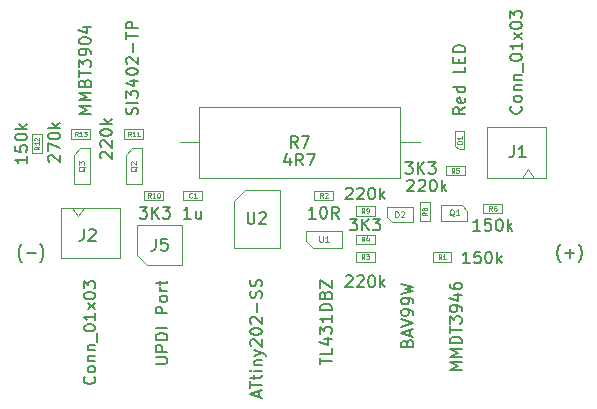
<source format=gbr>
%TF.GenerationSoftware,KiCad,Pcbnew,(5.1.10-1-10_14)*%
%TF.CreationDate,2023-04-11T22:44:58+12:00*%
%TF.ProjectId,BMSladder,424d536c-6164-4646-9572-2e6b69636164,rev?*%
%TF.SameCoordinates,Original*%
%TF.FileFunction,Other,Fab,Top*%
%FSLAX46Y46*%
G04 Gerber Fmt 4.6, Leading zero omitted, Abs format (unit mm)*
G04 Created by KiCad (PCBNEW (5.1.10-1-10_14)) date 2023-04-11 22:44:58*
%MOMM*%
%LPD*%
G01*
G04 APERTURE LIST*
%ADD10C,0.100000*%
%ADD11C,0.150000*%
%ADD12C,0.060000*%
%ADD13C,0.075000*%
G04 APERTURE END LIST*
D10*
%TO.C,J2*%
X24100000Y-27025000D02*
X29100000Y-27025000D01*
X24100000Y-31275000D02*
X29100000Y-31275000D01*
X24100000Y-27025000D02*
X24100000Y-31275000D01*
X29100000Y-27025000D02*
X29100000Y-31275000D01*
X25100000Y-27025000D02*
X25600000Y-27732107D01*
X25600000Y-27732107D02*
X26100000Y-27025000D01*
%TO.C,J1*%
X65200000Y-24475000D02*
X60200000Y-24475000D01*
X65200000Y-20225000D02*
X60200000Y-20225000D01*
X65200000Y-24475000D02*
X65200000Y-20225000D01*
X60200000Y-24475000D02*
X60200000Y-20225000D01*
X64200000Y-24475000D02*
X63700000Y-23767893D01*
X63700000Y-23767893D02*
X63200000Y-24475000D01*
%TO.C,D1*%
X57500000Y-20500000D02*
X57500000Y-21800000D01*
X57500000Y-21800000D02*
X57800000Y-22100000D01*
X57800000Y-22100000D02*
X58300000Y-22100000D01*
X58300000Y-22100000D02*
X58300000Y-20500000D01*
X58300000Y-20500000D02*
X57500000Y-20500000D01*
%TO.C,R3*%
X50700000Y-30800000D02*
X50700000Y-31600000D01*
X50700000Y-31600000D02*
X49100000Y-31600000D01*
X49100000Y-31600000D02*
X49100000Y-30800000D01*
X49100000Y-30800000D02*
X50700000Y-30800000D01*
%TO.C,U2*%
X39725000Y-25500000D02*
X42650000Y-25500000D01*
X42650000Y-25500000D02*
X42650000Y-30400000D01*
X42650000Y-30400000D02*
X38750000Y-30400000D01*
X38750000Y-30400000D02*
X38750000Y-26475000D01*
X38750000Y-26475000D02*
X39725000Y-25500000D01*
%TO.C,J5*%
X31417500Y-31870000D02*
X30565000Y-31017500D01*
X34375000Y-31870000D02*
X31417500Y-31870000D01*
X34375000Y-28460000D02*
X34375000Y-31870000D01*
X30565000Y-28460000D02*
X34375000Y-28460000D01*
X30565000Y-31017500D02*
X30565000Y-28460000D01*
%TO.C,R7*%
X52840000Y-24500000D02*
X52840000Y-18500000D01*
X52840000Y-18500000D02*
X35840000Y-18500000D01*
X35840000Y-18500000D02*
X35840000Y-24500000D01*
X35840000Y-24500000D02*
X52840000Y-24500000D01*
X54500000Y-21500000D02*
X52840000Y-21500000D01*
X34180000Y-21500000D02*
X35840000Y-21500000D01*
%TO.C,U1*%
X45450000Y-30400000D02*
X47900000Y-30400000D01*
X44880000Y-29850000D02*
X44880000Y-29000000D01*
X45450000Y-30400000D02*
X44880000Y-29850000D01*
X44880000Y-29000000D02*
X47920000Y-29000000D01*
X47920000Y-30400000D02*
X47920000Y-29000000D01*
%TO.C,R13*%
X25000000Y-21200000D02*
X25000000Y-20400000D01*
X25000000Y-20400000D02*
X26600000Y-20400000D01*
X26600000Y-20400000D02*
X26600000Y-21200000D01*
X26600000Y-21200000D02*
X25000000Y-21200000D01*
%TO.C,R12*%
X22500000Y-22400000D02*
X21700000Y-22400000D01*
X21700000Y-22400000D02*
X21700000Y-20800000D01*
X21700000Y-20800000D02*
X22500000Y-20800000D01*
X22500000Y-20800000D02*
X22500000Y-22400000D01*
%TO.C,R11*%
X31100000Y-20400000D02*
X31100000Y-21200000D01*
X31100000Y-21200000D02*
X29500000Y-21200000D01*
X29500000Y-21200000D02*
X29500000Y-20400000D01*
X29500000Y-20400000D02*
X31100000Y-20400000D01*
%TO.C,R10*%
X32800000Y-25600000D02*
X32800000Y-26400000D01*
X32800000Y-26400000D02*
X31200000Y-26400000D01*
X31200000Y-26400000D02*
X31200000Y-25600000D01*
X31200000Y-25600000D02*
X32800000Y-25600000D01*
%TO.C,R9*%
X50700000Y-26900000D02*
X50700000Y-27700000D01*
X50700000Y-27700000D02*
X49100000Y-27700000D01*
X49100000Y-27700000D02*
X49100000Y-26900000D01*
X49100000Y-26900000D02*
X50700000Y-26900000D01*
%TO.C,R8*%
X54550000Y-26550000D02*
X55350000Y-26550000D01*
X55350000Y-26550000D02*
X55350000Y-28150000D01*
X55350000Y-28150000D02*
X54550000Y-28150000D01*
X54550000Y-28150000D02*
X54550000Y-26550000D01*
%TO.C,R6*%
X59900000Y-27500000D02*
X59900000Y-26700000D01*
X59900000Y-26700000D02*
X61500000Y-26700000D01*
X61500000Y-26700000D02*
X61500000Y-27500000D01*
X61500000Y-27500000D02*
X59900000Y-27500000D01*
%TO.C,R5*%
X56712500Y-24300000D02*
X56712500Y-23500000D01*
X56712500Y-23500000D02*
X58312500Y-23500000D01*
X58312500Y-23500000D02*
X58312500Y-24300000D01*
X58312500Y-24300000D02*
X56712500Y-24300000D01*
%TO.C,R4*%
X49100000Y-30100000D02*
X49100000Y-29300000D01*
X49100000Y-29300000D02*
X50700000Y-29300000D01*
X50700000Y-29300000D02*
X50700000Y-30100000D01*
X50700000Y-30100000D02*
X49100000Y-30100000D01*
%TO.C,R2*%
X47200000Y-25600000D02*
X47200000Y-26400000D01*
X47200000Y-26400000D02*
X45600000Y-26400000D01*
X45600000Y-26400000D02*
X45600000Y-25600000D01*
X45600000Y-25600000D02*
X47200000Y-25600000D01*
%TO.C,R1*%
X57200000Y-30800000D02*
X57200000Y-31600000D01*
X57200000Y-31600000D02*
X55600000Y-31600000D01*
X55600000Y-31600000D02*
X55600000Y-30800000D01*
X55600000Y-30800000D02*
X57200000Y-30800000D01*
%TO.C,Q3*%
X25200000Y-22550000D02*
X25200000Y-25000000D01*
X25750000Y-21980000D02*
X26600000Y-21980000D01*
X25200000Y-22550000D02*
X25750000Y-21980000D01*
X26600000Y-21980000D02*
X26600000Y-25020000D01*
X25200000Y-25020000D02*
X26600000Y-25020000D01*
%TO.C,Q2*%
X29600000Y-22550000D02*
X29600000Y-25000000D01*
X30150000Y-21980000D02*
X31000000Y-21980000D01*
X29600000Y-22550000D02*
X30150000Y-21980000D01*
X31000000Y-21980000D02*
X31000000Y-25020000D01*
X29600000Y-25020000D02*
X31000000Y-25020000D01*
%TO.C,Q1*%
X58550000Y-28125000D02*
X58550000Y-27275000D01*
X58050000Y-26775000D02*
X56350000Y-26775000D01*
X58550000Y-28125000D02*
X56350000Y-28125000D01*
X56350000Y-28125000D02*
X56350000Y-26775000D01*
X58550000Y-27275000D02*
X58050000Y-26775000D01*
%TO.C,D2*%
X51700000Y-26930000D02*
X51700000Y-27780000D01*
X52200000Y-28280000D02*
X53900000Y-28280000D01*
X51700000Y-26930000D02*
X53900000Y-26930000D01*
X53900000Y-26930000D02*
X53900000Y-28280000D01*
X51700000Y-27780000D02*
X52200000Y-28280000D01*
%TO.C,C1*%
X36100000Y-25600000D02*
X36100000Y-26400000D01*
X36100000Y-26400000D02*
X34500000Y-26400000D01*
X34500000Y-26400000D02*
X34500000Y-25600000D01*
X34500000Y-25600000D02*
X36100000Y-25600000D01*
%TD*%
%TO.C,J2*%
D11*
X26957142Y-41338095D02*
X27004761Y-41385714D01*
X27052380Y-41528571D01*
X27052380Y-41623809D01*
X27004761Y-41766666D01*
X26909523Y-41861904D01*
X26814285Y-41909523D01*
X26623809Y-41957142D01*
X26480952Y-41957142D01*
X26290476Y-41909523D01*
X26195238Y-41861904D01*
X26100000Y-41766666D01*
X26052380Y-41623809D01*
X26052380Y-41528571D01*
X26100000Y-41385714D01*
X26147619Y-41338095D01*
X27052380Y-40766666D02*
X27004761Y-40861904D01*
X26957142Y-40909523D01*
X26861904Y-40957142D01*
X26576190Y-40957142D01*
X26480952Y-40909523D01*
X26433333Y-40861904D01*
X26385714Y-40766666D01*
X26385714Y-40623809D01*
X26433333Y-40528571D01*
X26480952Y-40480952D01*
X26576190Y-40433333D01*
X26861904Y-40433333D01*
X26957142Y-40480952D01*
X27004761Y-40528571D01*
X27052380Y-40623809D01*
X27052380Y-40766666D01*
X26385714Y-40004761D02*
X27052380Y-40004761D01*
X26480952Y-40004761D02*
X26433333Y-39957142D01*
X26385714Y-39861904D01*
X26385714Y-39719047D01*
X26433333Y-39623809D01*
X26528571Y-39576190D01*
X27052380Y-39576190D01*
X26385714Y-39100000D02*
X27052380Y-39100000D01*
X26480952Y-39100000D02*
X26433333Y-39052380D01*
X26385714Y-38957142D01*
X26385714Y-38814285D01*
X26433333Y-38719047D01*
X26528571Y-38671428D01*
X27052380Y-38671428D01*
X27147619Y-38433333D02*
X27147619Y-37671428D01*
X26052380Y-37242857D02*
X26052380Y-37147619D01*
X26100000Y-37052380D01*
X26147619Y-37004761D01*
X26242857Y-36957142D01*
X26433333Y-36909523D01*
X26671428Y-36909523D01*
X26861904Y-36957142D01*
X26957142Y-37004761D01*
X27004761Y-37052380D01*
X27052380Y-37147619D01*
X27052380Y-37242857D01*
X27004761Y-37338095D01*
X26957142Y-37385714D01*
X26861904Y-37433333D01*
X26671428Y-37480952D01*
X26433333Y-37480952D01*
X26242857Y-37433333D01*
X26147619Y-37385714D01*
X26100000Y-37338095D01*
X26052380Y-37242857D01*
X27052380Y-35957142D02*
X27052380Y-36528571D01*
X27052380Y-36242857D02*
X26052380Y-36242857D01*
X26195238Y-36338095D01*
X26290476Y-36433333D01*
X26338095Y-36528571D01*
X27052380Y-35623809D02*
X26385714Y-35100000D01*
X26385714Y-35623809D02*
X27052380Y-35100000D01*
X26052380Y-34528571D02*
X26052380Y-34433333D01*
X26100000Y-34338095D01*
X26147619Y-34290476D01*
X26242857Y-34242857D01*
X26433333Y-34195238D01*
X26671428Y-34195238D01*
X26861904Y-34242857D01*
X26957142Y-34290476D01*
X27004761Y-34338095D01*
X27052380Y-34433333D01*
X27052380Y-34528571D01*
X27004761Y-34623809D01*
X26957142Y-34671428D01*
X26861904Y-34719047D01*
X26671428Y-34766666D01*
X26433333Y-34766666D01*
X26242857Y-34719047D01*
X26147619Y-34671428D01*
X26100000Y-34623809D01*
X26052380Y-34528571D01*
X26052380Y-33861904D02*
X26052380Y-33242857D01*
X26433333Y-33576190D01*
X26433333Y-33433333D01*
X26480952Y-33338095D01*
X26528571Y-33290476D01*
X26623809Y-33242857D01*
X26861904Y-33242857D01*
X26957142Y-33290476D01*
X27004761Y-33338095D01*
X27052380Y-33433333D01*
X27052380Y-33719047D01*
X27004761Y-33814285D01*
X26957142Y-33861904D01*
X26066666Y-28852380D02*
X26066666Y-29566666D01*
X26019047Y-29709523D01*
X25923809Y-29804761D01*
X25780952Y-29852380D01*
X25685714Y-29852380D01*
X26495238Y-28947619D02*
X26542857Y-28900000D01*
X26638095Y-28852380D01*
X26876190Y-28852380D01*
X26971428Y-28900000D01*
X27019047Y-28947619D01*
X27066666Y-29042857D01*
X27066666Y-29138095D01*
X27019047Y-29280952D01*
X26447619Y-29852380D01*
X27066666Y-29852380D01*
%TO.C,J1*%
X63057142Y-18438095D02*
X63104761Y-18485714D01*
X63152380Y-18628571D01*
X63152380Y-18723809D01*
X63104761Y-18866666D01*
X63009523Y-18961904D01*
X62914285Y-19009523D01*
X62723809Y-19057142D01*
X62580952Y-19057142D01*
X62390476Y-19009523D01*
X62295238Y-18961904D01*
X62200000Y-18866666D01*
X62152380Y-18723809D01*
X62152380Y-18628571D01*
X62200000Y-18485714D01*
X62247619Y-18438095D01*
X63152380Y-17866666D02*
X63104761Y-17961904D01*
X63057142Y-18009523D01*
X62961904Y-18057142D01*
X62676190Y-18057142D01*
X62580952Y-18009523D01*
X62533333Y-17961904D01*
X62485714Y-17866666D01*
X62485714Y-17723809D01*
X62533333Y-17628571D01*
X62580952Y-17580952D01*
X62676190Y-17533333D01*
X62961904Y-17533333D01*
X63057142Y-17580952D01*
X63104761Y-17628571D01*
X63152380Y-17723809D01*
X63152380Y-17866666D01*
X62485714Y-17104761D02*
X63152380Y-17104761D01*
X62580952Y-17104761D02*
X62533333Y-17057142D01*
X62485714Y-16961904D01*
X62485714Y-16819047D01*
X62533333Y-16723809D01*
X62628571Y-16676190D01*
X63152380Y-16676190D01*
X62485714Y-16200000D02*
X63152380Y-16200000D01*
X62580952Y-16200000D02*
X62533333Y-16152380D01*
X62485714Y-16057142D01*
X62485714Y-15914285D01*
X62533333Y-15819047D01*
X62628571Y-15771428D01*
X63152380Y-15771428D01*
X63247619Y-15533333D02*
X63247619Y-14771428D01*
X62152380Y-14342857D02*
X62152380Y-14247619D01*
X62200000Y-14152380D01*
X62247619Y-14104761D01*
X62342857Y-14057142D01*
X62533333Y-14009523D01*
X62771428Y-14009523D01*
X62961904Y-14057142D01*
X63057142Y-14104761D01*
X63104761Y-14152380D01*
X63152380Y-14247619D01*
X63152380Y-14342857D01*
X63104761Y-14438095D01*
X63057142Y-14485714D01*
X62961904Y-14533333D01*
X62771428Y-14580952D01*
X62533333Y-14580952D01*
X62342857Y-14533333D01*
X62247619Y-14485714D01*
X62200000Y-14438095D01*
X62152380Y-14342857D01*
X63152380Y-13057142D02*
X63152380Y-13628571D01*
X63152380Y-13342857D02*
X62152380Y-13342857D01*
X62295238Y-13438095D01*
X62390476Y-13533333D01*
X62438095Y-13628571D01*
X63152380Y-12723809D02*
X62485714Y-12200000D01*
X62485714Y-12723809D02*
X63152380Y-12200000D01*
X62152380Y-11628571D02*
X62152380Y-11533333D01*
X62200000Y-11438095D01*
X62247619Y-11390476D01*
X62342857Y-11342857D01*
X62533333Y-11295238D01*
X62771428Y-11295238D01*
X62961904Y-11342857D01*
X63057142Y-11390476D01*
X63104761Y-11438095D01*
X63152380Y-11533333D01*
X63152380Y-11628571D01*
X63104761Y-11723809D01*
X63057142Y-11771428D01*
X62961904Y-11819047D01*
X62771428Y-11866666D01*
X62533333Y-11866666D01*
X62342857Y-11819047D01*
X62247619Y-11771428D01*
X62200000Y-11723809D01*
X62152380Y-11628571D01*
X62152380Y-10961904D02*
X62152380Y-10342857D01*
X62533333Y-10676190D01*
X62533333Y-10533333D01*
X62580952Y-10438095D01*
X62628571Y-10390476D01*
X62723809Y-10342857D01*
X62961904Y-10342857D01*
X63057142Y-10390476D01*
X63104761Y-10438095D01*
X63152380Y-10533333D01*
X63152380Y-10819047D01*
X63104761Y-10914285D01*
X63057142Y-10961904D01*
X62466666Y-21752380D02*
X62466666Y-22466666D01*
X62419047Y-22609523D01*
X62323809Y-22704761D01*
X62180952Y-22752380D01*
X62085714Y-22752380D01*
X63466666Y-22752380D02*
X62895238Y-22752380D01*
X63180952Y-22752380D02*
X63180952Y-21752380D01*
X63085714Y-21895238D01*
X62990476Y-21990476D01*
X62895238Y-22038095D01*
%TO.C,D1*%
X58352380Y-18509523D02*
X57876190Y-18842857D01*
X58352380Y-19080952D02*
X57352380Y-19080952D01*
X57352380Y-18700000D01*
X57400000Y-18604761D01*
X57447619Y-18557142D01*
X57542857Y-18509523D01*
X57685714Y-18509523D01*
X57780952Y-18557142D01*
X57828571Y-18604761D01*
X57876190Y-18700000D01*
X57876190Y-19080952D01*
X58304761Y-17700000D02*
X58352380Y-17795238D01*
X58352380Y-17985714D01*
X58304761Y-18080952D01*
X58209523Y-18128571D01*
X57828571Y-18128571D01*
X57733333Y-18080952D01*
X57685714Y-17985714D01*
X57685714Y-17795238D01*
X57733333Y-17700000D01*
X57828571Y-17652380D01*
X57923809Y-17652380D01*
X58019047Y-18128571D01*
X58352380Y-16795238D02*
X57352380Y-16795238D01*
X58304761Y-16795238D02*
X58352380Y-16890476D01*
X58352380Y-17080952D01*
X58304761Y-17176190D01*
X58257142Y-17223809D01*
X58161904Y-17271428D01*
X57876190Y-17271428D01*
X57780952Y-17223809D01*
X57733333Y-17176190D01*
X57685714Y-17080952D01*
X57685714Y-16890476D01*
X57733333Y-16795238D01*
X58352380Y-15080952D02*
X58352380Y-15557142D01*
X57352380Y-15557142D01*
X57828571Y-14747619D02*
X57828571Y-14414285D01*
X58352380Y-14271428D02*
X58352380Y-14747619D01*
X57352380Y-14747619D01*
X57352380Y-14271428D01*
X58352380Y-13842857D02*
X57352380Y-13842857D01*
X57352380Y-13604761D01*
X57400000Y-13461904D01*
X57495238Y-13366666D01*
X57590476Y-13319047D01*
X57780952Y-13271428D01*
X57923809Y-13271428D01*
X58114285Y-13319047D01*
X58209523Y-13366666D01*
X58304761Y-13461904D01*
X58352380Y-13604761D01*
X58352380Y-13842857D01*
D12*
X58080952Y-21595238D02*
X57680952Y-21595238D01*
X57680952Y-21500000D01*
X57700000Y-21442857D01*
X57738095Y-21404761D01*
X57776190Y-21385714D01*
X57852380Y-21366666D01*
X57909523Y-21366666D01*
X57985714Y-21385714D01*
X58023809Y-21404761D01*
X58061904Y-21442857D01*
X58080952Y-21500000D01*
X58080952Y-21595238D01*
X58080952Y-20985714D02*
X58080952Y-21214285D01*
X58080952Y-21100000D02*
X57680952Y-21100000D01*
X57738095Y-21138095D01*
X57776190Y-21176190D01*
X57795238Y-21214285D01*
%TO.C,R3*%
D11*
X48257142Y-32847619D02*
X48304761Y-32800000D01*
X48400000Y-32752380D01*
X48638095Y-32752380D01*
X48733333Y-32800000D01*
X48780952Y-32847619D01*
X48828571Y-32942857D01*
X48828571Y-33038095D01*
X48780952Y-33180952D01*
X48209523Y-33752380D01*
X48828571Y-33752380D01*
X49209523Y-32847619D02*
X49257142Y-32800000D01*
X49352380Y-32752380D01*
X49590476Y-32752380D01*
X49685714Y-32800000D01*
X49733333Y-32847619D01*
X49780952Y-32942857D01*
X49780952Y-33038095D01*
X49733333Y-33180952D01*
X49161904Y-33752380D01*
X49780952Y-33752380D01*
X50400000Y-32752380D02*
X50495238Y-32752380D01*
X50590476Y-32800000D01*
X50638095Y-32847619D01*
X50685714Y-32942857D01*
X50733333Y-33133333D01*
X50733333Y-33371428D01*
X50685714Y-33561904D01*
X50638095Y-33657142D01*
X50590476Y-33704761D01*
X50495238Y-33752380D01*
X50400000Y-33752380D01*
X50304761Y-33704761D01*
X50257142Y-33657142D01*
X50209523Y-33561904D01*
X50161904Y-33371428D01*
X50161904Y-33133333D01*
X50209523Y-32942857D01*
X50257142Y-32847619D01*
X50304761Y-32800000D01*
X50400000Y-32752380D01*
X51161904Y-33752380D02*
X51161904Y-32752380D01*
X51257142Y-33371428D02*
X51542857Y-33752380D01*
X51542857Y-33085714D02*
X51161904Y-33466666D01*
D12*
X49833333Y-31380952D02*
X49700000Y-31190476D01*
X49604761Y-31380952D02*
X49604761Y-30980952D01*
X49757142Y-30980952D01*
X49795238Y-31000000D01*
X49814285Y-31019047D01*
X49833333Y-31057142D01*
X49833333Y-31114285D01*
X49814285Y-31152380D01*
X49795238Y-31171428D01*
X49757142Y-31190476D01*
X49604761Y-31190476D01*
X49966666Y-30980952D02*
X50214285Y-30980952D01*
X50080952Y-31133333D01*
X50138095Y-31133333D01*
X50176190Y-31152380D01*
X50195238Y-31171428D01*
X50214285Y-31209523D01*
X50214285Y-31304761D01*
X50195238Y-31342857D01*
X50176190Y-31361904D01*
X50138095Y-31380952D01*
X50023809Y-31380952D01*
X49985714Y-31361904D01*
X49966666Y-31342857D01*
%TO.C,U2*%
D11*
X40866666Y-43076190D02*
X40866666Y-42600000D01*
X41152380Y-43171428D02*
X40152380Y-42838095D01*
X41152380Y-42504761D01*
X40152380Y-42314285D02*
X40152380Y-41742857D01*
X41152380Y-42028571D02*
X40152380Y-42028571D01*
X40485714Y-41552380D02*
X40485714Y-41171428D01*
X40152380Y-41409523D02*
X41009523Y-41409523D01*
X41104761Y-41361904D01*
X41152380Y-41266666D01*
X41152380Y-41171428D01*
X41152380Y-40838095D02*
X40485714Y-40838095D01*
X40152380Y-40838095D02*
X40200000Y-40885714D01*
X40247619Y-40838095D01*
X40200000Y-40790476D01*
X40152380Y-40838095D01*
X40247619Y-40838095D01*
X40485714Y-40361904D02*
X41152380Y-40361904D01*
X40580952Y-40361904D02*
X40533333Y-40314285D01*
X40485714Y-40219047D01*
X40485714Y-40076190D01*
X40533333Y-39980952D01*
X40628571Y-39933333D01*
X41152380Y-39933333D01*
X40485714Y-39552380D02*
X41152380Y-39314285D01*
X40485714Y-39076190D02*
X41152380Y-39314285D01*
X41390476Y-39409523D01*
X41438095Y-39457142D01*
X41485714Y-39552380D01*
X40247619Y-38742857D02*
X40200000Y-38695238D01*
X40152380Y-38600000D01*
X40152380Y-38361904D01*
X40200000Y-38266666D01*
X40247619Y-38219047D01*
X40342857Y-38171428D01*
X40438095Y-38171428D01*
X40580952Y-38219047D01*
X41152380Y-38790476D01*
X41152380Y-38171428D01*
X40152380Y-37552380D02*
X40152380Y-37457142D01*
X40200000Y-37361904D01*
X40247619Y-37314285D01*
X40342857Y-37266666D01*
X40533333Y-37219047D01*
X40771428Y-37219047D01*
X40961904Y-37266666D01*
X41057142Y-37314285D01*
X41104761Y-37361904D01*
X41152380Y-37457142D01*
X41152380Y-37552380D01*
X41104761Y-37647619D01*
X41057142Y-37695238D01*
X40961904Y-37742857D01*
X40771428Y-37790476D01*
X40533333Y-37790476D01*
X40342857Y-37742857D01*
X40247619Y-37695238D01*
X40200000Y-37647619D01*
X40152380Y-37552380D01*
X40247619Y-36838095D02*
X40200000Y-36790476D01*
X40152380Y-36695238D01*
X40152380Y-36457142D01*
X40200000Y-36361904D01*
X40247619Y-36314285D01*
X40342857Y-36266666D01*
X40438095Y-36266666D01*
X40580952Y-36314285D01*
X41152380Y-36885714D01*
X41152380Y-36266666D01*
X40771428Y-35838095D02*
X40771428Y-35076190D01*
X41104761Y-34647619D02*
X41152380Y-34504761D01*
X41152380Y-34266666D01*
X41104761Y-34171428D01*
X41057142Y-34123809D01*
X40961904Y-34076190D01*
X40866666Y-34076190D01*
X40771428Y-34123809D01*
X40723809Y-34171428D01*
X40676190Y-34266666D01*
X40628571Y-34457142D01*
X40580952Y-34552380D01*
X40533333Y-34600000D01*
X40438095Y-34647619D01*
X40342857Y-34647619D01*
X40247619Y-34600000D01*
X40200000Y-34552380D01*
X40152380Y-34457142D01*
X40152380Y-34219047D01*
X40200000Y-34076190D01*
X41104761Y-33695238D02*
X41152380Y-33552380D01*
X41152380Y-33314285D01*
X41104761Y-33219047D01*
X41057142Y-33171428D01*
X40961904Y-33123809D01*
X40866666Y-33123809D01*
X40771428Y-33171428D01*
X40723809Y-33219047D01*
X40676190Y-33314285D01*
X40628571Y-33504761D01*
X40580952Y-33600000D01*
X40533333Y-33647619D01*
X40438095Y-33695238D01*
X40342857Y-33695238D01*
X40247619Y-33647619D01*
X40200000Y-33600000D01*
X40152380Y-33504761D01*
X40152380Y-33266666D01*
X40200000Y-33123809D01*
X39953333Y-27413333D02*
X39953333Y-28206666D01*
X40000000Y-28300000D01*
X40046666Y-28346666D01*
X40140000Y-28393333D01*
X40326666Y-28393333D01*
X40420000Y-28346666D01*
X40466666Y-28300000D01*
X40513333Y-28206666D01*
X40513333Y-27413333D01*
X40933333Y-27506666D02*
X40980000Y-27460000D01*
X41073333Y-27413333D01*
X41306666Y-27413333D01*
X41400000Y-27460000D01*
X41446666Y-27506666D01*
X41493333Y-27600000D01*
X41493333Y-27693333D01*
X41446666Y-27833333D01*
X40886666Y-28393333D01*
X41493333Y-28393333D01*
%TO.C,J5*%
X32152380Y-40252380D02*
X32961904Y-40252380D01*
X33057142Y-40204761D01*
X33104761Y-40157142D01*
X33152380Y-40061904D01*
X33152380Y-39871428D01*
X33104761Y-39776190D01*
X33057142Y-39728571D01*
X32961904Y-39680952D01*
X32152380Y-39680952D01*
X33152380Y-39204761D02*
X32152380Y-39204761D01*
X32152380Y-38823809D01*
X32200000Y-38728571D01*
X32247619Y-38680952D01*
X32342857Y-38633333D01*
X32485714Y-38633333D01*
X32580952Y-38680952D01*
X32628571Y-38728571D01*
X32676190Y-38823809D01*
X32676190Y-39204761D01*
X33152380Y-38204761D02*
X32152380Y-38204761D01*
X32152380Y-37966666D01*
X32200000Y-37823809D01*
X32295238Y-37728571D01*
X32390476Y-37680952D01*
X32580952Y-37633333D01*
X32723809Y-37633333D01*
X32914285Y-37680952D01*
X33009523Y-37728571D01*
X33104761Y-37823809D01*
X33152380Y-37966666D01*
X33152380Y-38204761D01*
X33152380Y-37204761D02*
X32152380Y-37204761D01*
X33152380Y-35966666D02*
X32152380Y-35966666D01*
X32152380Y-35585714D01*
X32200000Y-35490476D01*
X32247619Y-35442857D01*
X32342857Y-35395238D01*
X32485714Y-35395238D01*
X32580952Y-35442857D01*
X32628571Y-35490476D01*
X32676190Y-35585714D01*
X32676190Y-35966666D01*
X33152380Y-34823809D02*
X33104761Y-34919047D01*
X33057142Y-34966666D01*
X32961904Y-35014285D01*
X32676190Y-35014285D01*
X32580952Y-34966666D01*
X32533333Y-34919047D01*
X32485714Y-34823809D01*
X32485714Y-34680952D01*
X32533333Y-34585714D01*
X32580952Y-34538095D01*
X32676190Y-34490476D01*
X32961904Y-34490476D01*
X33057142Y-34538095D01*
X33104761Y-34585714D01*
X33152380Y-34680952D01*
X33152380Y-34823809D01*
X33152380Y-34061904D02*
X32485714Y-34061904D01*
X32676190Y-34061904D02*
X32580952Y-34014285D01*
X32533333Y-33966666D01*
X32485714Y-33871428D01*
X32485714Y-33776190D01*
X32485714Y-33585714D02*
X32485714Y-33204761D01*
X32152380Y-33442857D02*
X33009523Y-33442857D01*
X33104761Y-33395238D01*
X33152380Y-33300000D01*
X33152380Y-33204761D01*
X32166666Y-29652380D02*
X32166666Y-30366666D01*
X32119047Y-30509523D01*
X32023809Y-30604761D01*
X31880952Y-30652380D01*
X31785714Y-30652380D01*
X33119047Y-29652380D02*
X32642857Y-29652380D01*
X32595238Y-30128571D01*
X32642857Y-30080952D01*
X32738095Y-30033333D01*
X32976190Y-30033333D01*
X33071428Y-30080952D01*
X33119047Y-30128571D01*
X33166666Y-30223809D01*
X33166666Y-30461904D01*
X33119047Y-30557142D01*
X33071428Y-30604761D01*
X32976190Y-30652380D01*
X32738095Y-30652380D01*
X32642857Y-30604761D01*
X32595238Y-30557142D01*
%TO.C,R7*%
X43514285Y-22785714D02*
X43514285Y-23452380D01*
X43276190Y-22404761D02*
X43038095Y-23119047D01*
X43657142Y-23119047D01*
X44609523Y-23452380D02*
X44276190Y-22976190D01*
X44038095Y-23452380D02*
X44038095Y-22452380D01*
X44419047Y-22452380D01*
X44514285Y-22500000D01*
X44561904Y-22547619D01*
X44609523Y-22642857D01*
X44609523Y-22785714D01*
X44561904Y-22880952D01*
X44514285Y-22928571D01*
X44419047Y-22976190D01*
X44038095Y-22976190D01*
X44942857Y-22452380D02*
X45609523Y-22452380D01*
X45180952Y-23452380D01*
X44173333Y-21952380D02*
X43840000Y-21476190D01*
X43601904Y-21952380D02*
X43601904Y-20952380D01*
X43982857Y-20952380D01*
X44078095Y-21000000D01*
X44125714Y-21047619D01*
X44173333Y-21142857D01*
X44173333Y-21285714D01*
X44125714Y-21380952D01*
X44078095Y-21428571D01*
X43982857Y-21476190D01*
X43601904Y-21476190D01*
X44506666Y-20952380D02*
X45173333Y-20952380D01*
X44744761Y-21952380D01*
%TO.C,H2*%
X20838095Y-31633333D02*
X20790476Y-31585714D01*
X20695238Y-31442857D01*
X20647619Y-31347619D01*
X20600000Y-31204761D01*
X20552380Y-30966666D01*
X20552380Y-30776190D01*
X20600000Y-30538095D01*
X20647619Y-30395238D01*
X20695238Y-30300000D01*
X20790476Y-30157142D01*
X20838095Y-30109523D01*
X21219047Y-30871428D02*
X21980952Y-30871428D01*
X22361904Y-31633333D02*
X22409523Y-31585714D01*
X22504761Y-31442857D01*
X22552380Y-31347619D01*
X22600000Y-31204761D01*
X22647619Y-30966666D01*
X22647619Y-30776190D01*
X22600000Y-30538095D01*
X22552380Y-30395238D01*
X22504761Y-30300000D01*
X22409523Y-30157142D01*
X22361904Y-30109523D01*
%TO.C,H1*%
X66438095Y-31633333D02*
X66390476Y-31585714D01*
X66295238Y-31442857D01*
X66247619Y-31347619D01*
X66200000Y-31204761D01*
X66152380Y-30966666D01*
X66152380Y-30776190D01*
X66200000Y-30538095D01*
X66247619Y-30395238D01*
X66295238Y-30300000D01*
X66390476Y-30157142D01*
X66438095Y-30109523D01*
X66819047Y-30871428D02*
X67580952Y-30871428D01*
X67200000Y-31252380D02*
X67200000Y-30490476D01*
X67961904Y-31633333D02*
X68009523Y-31585714D01*
X68104761Y-31442857D01*
X68152380Y-31347619D01*
X68200000Y-31204761D01*
X68247619Y-30966666D01*
X68247619Y-30776190D01*
X68200000Y-30538095D01*
X68152380Y-30395238D01*
X68104761Y-30300000D01*
X68009523Y-30157142D01*
X67961904Y-30109523D01*
%TO.C,U1*%
X46052380Y-40295238D02*
X46052380Y-39723809D01*
X47052380Y-40009523D02*
X46052380Y-40009523D01*
X47052380Y-38914285D02*
X47052380Y-39390476D01*
X46052380Y-39390476D01*
X46385714Y-38152380D02*
X47052380Y-38152380D01*
X46004761Y-38390476D02*
X46719047Y-38628571D01*
X46719047Y-38009523D01*
X46052380Y-37723809D02*
X46052380Y-37104761D01*
X46433333Y-37438095D01*
X46433333Y-37295238D01*
X46480952Y-37200000D01*
X46528571Y-37152380D01*
X46623809Y-37104761D01*
X46861904Y-37104761D01*
X46957142Y-37152380D01*
X47004761Y-37200000D01*
X47052380Y-37295238D01*
X47052380Y-37580952D01*
X47004761Y-37676190D01*
X46957142Y-37723809D01*
X47052380Y-36152380D02*
X47052380Y-36723809D01*
X47052380Y-36438095D02*
X46052380Y-36438095D01*
X46195238Y-36533333D01*
X46290476Y-36628571D01*
X46338095Y-36723809D01*
X47052380Y-35723809D02*
X46052380Y-35723809D01*
X46052380Y-35485714D01*
X46100000Y-35342857D01*
X46195238Y-35247619D01*
X46290476Y-35200000D01*
X46480952Y-35152380D01*
X46623809Y-35152380D01*
X46814285Y-35200000D01*
X46909523Y-35247619D01*
X47004761Y-35342857D01*
X47052380Y-35485714D01*
X47052380Y-35723809D01*
X46528571Y-34390476D02*
X46576190Y-34247619D01*
X46623809Y-34200000D01*
X46719047Y-34152380D01*
X46861904Y-34152380D01*
X46957142Y-34200000D01*
X47004761Y-34247619D01*
X47052380Y-34342857D01*
X47052380Y-34723809D01*
X46052380Y-34723809D01*
X46052380Y-34390476D01*
X46100000Y-34295238D01*
X46147619Y-34247619D01*
X46242857Y-34200000D01*
X46338095Y-34200000D01*
X46433333Y-34247619D01*
X46480952Y-34295238D01*
X46528571Y-34390476D01*
X46528571Y-34723809D01*
X46052380Y-33819047D02*
X46052380Y-33152380D01*
X47052380Y-33819047D01*
X47052380Y-33152380D01*
D13*
X46019047Y-29426190D02*
X46019047Y-29830952D01*
X46042857Y-29878571D01*
X46066666Y-29902380D01*
X46114285Y-29926190D01*
X46209523Y-29926190D01*
X46257142Y-29902380D01*
X46280952Y-29878571D01*
X46304761Y-29830952D01*
X46304761Y-29426190D01*
X46804761Y-29926190D02*
X46519047Y-29926190D01*
X46661904Y-29926190D02*
X46661904Y-29426190D01*
X46614285Y-29497619D01*
X46566666Y-29545238D01*
X46519047Y-29569047D01*
%TO.C,R13*%
D11*
X23147619Y-23142857D02*
X23100000Y-23095238D01*
X23052380Y-23000000D01*
X23052380Y-22761904D01*
X23100000Y-22666666D01*
X23147619Y-22619047D01*
X23242857Y-22571428D01*
X23338095Y-22571428D01*
X23480952Y-22619047D01*
X24052380Y-23190476D01*
X24052380Y-22571428D01*
X23052380Y-22238095D02*
X23052380Y-21571428D01*
X24052380Y-22000000D01*
X23052380Y-21000000D02*
X23052380Y-20904761D01*
X23100000Y-20809523D01*
X23147619Y-20761904D01*
X23242857Y-20714285D01*
X23433333Y-20666666D01*
X23671428Y-20666666D01*
X23861904Y-20714285D01*
X23957142Y-20761904D01*
X24004761Y-20809523D01*
X24052380Y-20904761D01*
X24052380Y-21000000D01*
X24004761Y-21095238D01*
X23957142Y-21142857D01*
X23861904Y-21190476D01*
X23671428Y-21238095D01*
X23433333Y-21238095D01*
X23242857Y-21190476D01*
X23147619Y-21142857D01*
X23100000Y-21095238D01*
X23052380Y-21000000D01*
X24052380Y-20238095D02*
X23052380Y-20238095D01*
X23671428Y-20142857D02*
X24052380Y-19857142D01*
X23385714Y-19857142D02*
X23766666Y-20238095D01*
D12*
X25542857Y-20980952D02*
X25409523Y-20790476D01*
X25314285Y-20980952D02*
X25314285Y-20580952D01*
X25466666Y-20580952D01*
X25504761Y-20600000D01*
X25523809Y-20619047D01*
X25542857Y-20657142D01*
X25542857Y-20714285D01*
X25523809Y-20752380D01*
X25504761Y-20771428D01*
X25466666Y-20790476D01*
X25314285Y-20790476D01*
X25923809Y-20980952D02*
X25695238Y-20980952D01*
X25809523Y-20980952D02*
X25809523Y-20580952D01*
X25771428Y-20638095D01*
X25733333Y-20676190D01*
X25695238Y-20695238D01*
X26057142Y-20580952D02*
X26304761Y-20580952D01*
X26171428Y-20733333D01*
X26228571Y-20733333D01*
X26266666Y-20752380D01*
X26285714Y-20771428D01*
X26304761Y-20809523D01*
X26304761Y-20904761D01*
X26285714Y-20942857D01*
X26266666Y-20961904D01*
X26228571Y-20980952D01*
X26114285Y-20980952D01*
X26076190Y-20961904D01*
X26057142Y-20942857D01*
%TO.C,R12*%
D11*
X21252380Y-22671428D02*
X21252380Y-23242857D01*
X21252380Y-22957142D02*
X20252380Y-22957142D01*
X20395238Y-23052380D01*
X20490476Y-23147619D01*
X20538095Y-23242857D01*
X20252380Y-21766666D02*
X20252380Y-22242857D01*
X20728571Y-22290476D01*
X20680952Y-22242857D01*
X20633333Y-22147619D01*
X20633333Y-21909523D01*
X20680952Y-21814285D01*
X20728571Y-21766666D01*
X20823809Y-21719047D01*
X21061904Y-21719047D01*
X21157142Y-21766666D01*
X21204761Y-21814285D01*
X21252380Y-21909523D01*
X21252380Y-22147619D01*
X21204761Y-22242857D01*
X21157142Y-22290476D01*
X20252380Y-21100000D02*
X20252380Y-21004761D01*
X20300000Y-20909523D01*
X20347619Y-20861904D01*
X20442857Y-20814285D01*
X20633333Y-20766666D01*
X20871428Y-20766666D01*
X21061904Y-20814285D01*
X21157142Y-20861904D01*
X21204761Y-20909523D01*
X21252380Y-21004761D01*
X21252380Y-21100000D01*
X21204761Y-21195238D01*
X21157142Y-21242857D01*
X21061904Y-21290476D01*
X20871428Y-21338095D01*
X20633333Y-21338095D01*
X20442857Y-21290476D01*
X20347619Y-21242857D01*
X20300000Y-21195238D01*
X20252380Y-21100000D01*
X21252380Y-20338095D02*
X20252380Y-20338095D01*
X20871428Y-20242857D02*
X21252380Y-19957142D01*
X20585714Y-19957142D02*
X20966666Y-20338095D01*
D12*
X22280952Y-21857142D02*
X22090476Y-21990476D01*
X22280952Y-22085714D02*
X21880952Y-22085714D01*
X21880952Y-21933333D01*
X21900000Y-21895238D01*
X21919047Y-21876190D01*
X21957142Y-21857142D01*
X22014285Y-21857142D01*
X22052380Y-21876190D01*
X22071428Y-21895238D01*
X22090476Y-21933333D01*
X22090476Y-22085714D01*
X22280952Y-21476190D02*
X22280952Y-21704761D01*
X22280952Y-21590476D02*
X21880952Y-21590476D01*
X21938095Y-21628571D01*
X21976190Y-21666666D01*
X21995238Y-21704761D01*
X21919047Y-21323809D02*
X21900000Y-21304761D01*
X21880952Y-21266666D01*
X21880952Y-21171428D01*
X21900000Y-21133333D01*
X21919047Y-21114285D01*
X21957142Y-21095238D01*
X21995238Y-21095238D01*
X22052380Y-21114285D01*
X22280952Y-21342857D01*
X22280952Y-21095238D01*
%TO.C,R11*%
D11*
X27547619Y-22842857D02*
X27500000Y-22795238D01*
X27452380Y-22700000D01*
X27452380Y-22461904D01*
X27500000Y-22366666D01*
X27547619Y-22319047D01*
X27642857Y-22271428D01*
X27738095Y-22271428D01*
X27880952Y-22319047D01*
X28452380Y-22890476D01*
X28452380Y-22271428D01*
X27547619Y-21890476D02*
X27500000Y-21842857D01*
X27452380Y-21747619D01*
X27452380Y-21509523D01*
X27500000Y-21414285D01*
X27547619Y-21366666D01*
X27642857Y-21319047D01*
X27738095Y-21319047D01*
X27880952Y-21366666D01*
X28452380Y-21938095D01*
X28452380Y-21319047D01*
X27452380Y-20700000D02*
X27452380Y-20604761D01*
X27500000Y-20509523D01*
X27547619Y-20461904D01*
X27642857Y-20414285D01*
X27833333Y-20366666D01*
X28071428Y-20366666D01*
X28261904Y-20414285D01*
X28357142Y-20461904D01*
X28404761Y-20509523D01*
X28452380Y-20604761D01*
X28452380Y-20700000D01*
X28404761Y-20795238D01*
X28357142Y-20842857D01*
X28261904Y-20890476D01*
X28071428Y-20938095D01*
X27833333Y-20938095D01*
X27642857Y-20890476D01*
X27547619Y-20842857D01*
X27500000Y-20795238D01*
X27452380Y-20700000D01*
X28452380Y-19938095D02*
X27452380Y-19938095D01*
X28071428Y-19842857D02*
X28452380Y-19557142D01*
X27785714Y-19557142D02*
X28166666Y-19938095D01*
D12*
X30042857Y-20980952D02*
X29909523Y-20790476D01*
X29814285Y-20980952D02*
X29814285Y-20580952D01*
X29966666Y-20580952D01*
X30004761Y-20600000D01*
X30023809Y-20619047D01*
X30042857Y-20657142D01*
X30042857Y-20714285D01*
X30023809Y-20752380D01*
X30004761Y-20771428D01*
X29966666Y-20790476D01*
X29814285Y-20790476D01*
X30423809Y-20980952D02*
X30195238Y-20980952D01*
X30309523Y-20980952D02*
X30309523Y-20580952D01*
X30271428Y-20638095D01*
X30233333Y-20676190D01*
X30195238Y-20695238D01*
X30804761Y-20980952D02*
X30576190Y-20980952D01*
X30690476Y-20980952D02*
X30690476Y-20580952D01*
X30652380Y-20638095D01*
X30614285Y-20676190D01*
X30576190Y-20695238D01*
%TO.C,R10*%
D11*
X30790476Y-26952380D02*
X31409523Y-26952380D01*
X31076190Y-27333333D01*
X31219047Y-27333333D01*
X31314285Y-27380952D01*
X31361904Y-27428571D01*
X31409523Y-27523809D01*
X31409523Y-27761904D01*
X31361904Y-27857142D01*
X31314285Y-27904761D01*
X31219047Y-27952380D01*
X30933333Y-27952380D01*
X30838095Y-27904761D01*
X30790476Y-27857142D01*
X31838095Y-27952380D02*
X31838095Y-26952380D01*
X32409523Y-27952380D02*
X31980952Y-27380952D01*
X32409523Y-26952380D02*
X31838095Y-27523809D01*
X32742857Y-26952380D02*
X33361904Y-26952380D01*
X33028571Y-27333333D01*
X33171428Y-27333333D01*
X33266666Y-27380952D01*
X33314285Y-27428571D01*
X33361904Y-27523809D01*
X33361904Y-27761904D01*
X33314285Y-27857142D01*
X33266666Y-27904761D01*
X33171428Y-27952380D01*
X32885714Y-27952380D01*
X32790476Y-27904761D01*
X32742857Y-27857142D01*
D12*
X31742857Y-26180952D02*
X31609523Y-25990476D01*
X31514285Y-26180952D02*
X31514285Y-25780952D01*
X31666666Y-25780952D01*
X31704761Y-25800000D01*
X31723809Y-25819047D01*
X31742857Y-25857142D01*
X31742857Y-25914285D01*
X31723809Y-25952380D01*
X31704761Y-25971428D01*
X31666666Y-25990476D01*
X31514285Y-25990476D01*
X32123809Y-26180952D02*
X31895238Y-26180952D01*
X32009523Y-26180952D02*
X32009523Y-25780952D01*
X31971428Y-25838095D01*
X31933333Y-25876190D01*
X31895238Y-25895238D01*
X32371428Y-25780952D02*
X32409523Y-25780952D01*
X32447619Y-25800000D01*
X32466666Y-25819047D01*
X32485714Y-25857142D01*
X32504761Y-25933333D01*
X32504761Y-26028571D01*
X32485714Y-26104761D01*
X32466666Y-26142857D01*
X32447619Y-26161904D01*
X32409523Y-26180952D01*
X32371428Y-26180952D01*
X32333333Y-26161904D01*
X32314285Y-26142857D01*
X32295238Y-26104761D01*
X32276190Y-26028571D01*
X32276190Y-25933333D01*
X32295238Y-25857142D01*
X32314285Y-25819047D01*
X32333333Y-25800000D01*
X32371428Y-25780952D01*
%TO.C,R9*%
D11*
X48257142Y-25417619D02*
X48304761Y-25370000D01*
X48400000Y-25322380D01*
X48638095Y-25322380D01*
X48733333Y-25370000D01*
X48780952Y-25417619D01*
X48828571Y-25512857D01*
X48828571Y-25608095D01*
X48780952Y-25750952D01*
X48209523Y-26322380D01*
X48828571Y-26322380D01*
X49209523Y-25417619D02*
X49257142Y-25370000D01*
X49352380Y-25322380D01*
X49590476Y-25322380D01*
X49685714Y-25370000D01*
X49733333Y-25417619D01*
X49780952Y-25512857D01*
X49780952Y-25608095D01*
X49733333Y-25750952D01*
X49161904Y-26322380D01*
X49780952Y-26322380D01*
X50400000Y-25322380D02*
X50495238Y-25322380D01*
X50590476Y-25370000D01*
X50638095Y-25417619D01*
X50685714Y-25512857D01*
X50733333Y-25703333D01*
X50733333Y-25941428D01*
X50685714Y-26131904D01*
X50638095Y-26227142D01*
X50590476Y-26274761D01*
X50495238Y-26322380D01*
X50400000Y-26322380D01*
X50304761Y-26274761D01*
X50257142Y-26227142D01*
X50209523Y-26131904D01*
X50161904Y-25941428D01*
X50161904Y-25703333D01*
X50209523Y-25512857D01*
X50257142Y-25417619D01*
X50304761Y-25370000D01*
X50400000Y-25322380D01*
X51161904Y-26322380D02*
X51161904Y-25322380D01*
X51257142Y-25941428D02*
X51542857Y-26322380D01*
X51542857Y-25655714D02*
X51161904Y-26036666D01*
D12*
X49833333Y-27480952D02*
X49700000Y-27290476D01*
X49604761Y-27480952D02*
X49604761Y-27080952D01*
X49757142Y-27080952D01*
X49795238Y-27100000D01*
X49814285Y-27119047D01*
X49833333Y-27157142D01*
X49833333Y-27214285D01*
X49814285Y-27252380D01*
X49795238Y-27271428D01*
X49757142Y-27290476D01*
X49604761Y-27290476D01*
X50023809Y-27480952D02*
X50100000Y-27480952D01*
X50138095Y-27461904D01*
X50157142Y-27442857D01*
X50195238Y-27385714D01*
X50214285Y-27309523D01*
X50214285Y-27157142D01*
X50195238Y-27119047D01*
X50176190Y-27100000D01*
X50138095Y-27080952D01*
X50061904Y-27080952D01*
X50023809Y-27100000D01*
X50004761Y-27119047D01*
X49985714Y-27157142D01*
X49985714Y-27252380D01*
X50004761Y-27290476D01*
X50023809Y-27309523D01*
X50061904Y-27328571D01*
X50138095Y-27328571D01*
X50176190Y-27309523D01*
X50195238Y-27290476D01*
X50214285Y-27252380D01*
%TO.C,R8*%
D11*
X53457142Y-24747619D02*
X53504761Y-24700000D01*
X53600000Y-24652380D01*
X53838095Y-24652380D01*
X53933333Y-24700000D01*
X53980952Y-24747619D01*
X54028571Y-24842857D01*
X54028571Y-24938095D01*
X53980952Y-25080952D01*
X53409523Y-25652380D01*
X54028571Y-25652380D01*
X54409523Y-24747619D02*
X54457142Y-24700000D01*
X54552380Y-24652380D01*
X54790476Y-24652380D01*
X54885714Y-24700000D01*
X54933333Y-24747619D01*
X54980952Y-24842857D01*
X54980952Y-24938095D01*
X54933333Y-25080952D01*
X54361904Y-25652380D01*
X54980952Y-25652380D01*
X55600000Y-24652380D02*
X55695238Y-24652380D01*
X55790476Y-24700000D01*
X55838095Y-24747619D01*
X55885714Y-24842857D01*
X55933333Y-25033333D01*
X55933333Y-25271428D01*
X55885714Y-25461904D01*
X55838095Y-25557142D01*
X55790476Y-25604761D01*
X55695238Y-25652380D01*
X55600000Y-25652380D01*
X55504761Y-25604761D01*
X55457142Y-25557142D01*
X55409523Y-25461904D01*
X55361904Y-25271428D01*
X55361904Y-25033333D01*
X55409523Y-24842857D01*
X55457142Y-24747619D01*
X55504761Y-24700000D01*
X55600000Y-24652380D01*
X56361904Y-25652380D02*
X56361904Y-24652380D01*
X56457142Y-25271428D02*
X56742857Y-25652380D01*
X56742857Y-24985714D02*
X56361904Y-25366666D01*
D12*
X55130952Y-27416666D02*
X54940476Y-27550000D01*
X55130952Y-27645238D02*
X54730952Y-27645238D01*
X54730952Y-27492857D01*
X54750000Y-27454761D01*
X54769047Y-27435714D01*
X54807142Y-27416666D01*
X54864285Y-27416666D01*
X54902380Y-27435714D01*
X54921428Y-27454761D01*
X54940476Y-27492857D01*
X54940476Y-27645238D01*
X54902380Y-27188095D02*
X54883333Y-27226190D01*
X54864285Y-27245238D01*
X54826190Y-27264285D01*
X54807142Y-27264285D01*
X54769047Y-27245238D01*
X54750000Y-27226190D01*
X54730952Y-27188095D01*
X54730952Y-27111904D01*
X54750000Y-27073809D01*
X54769047Y-27054761D01*
X54807142Y-27035714D01*
X54826190Y-27035714D01*
X54864285Y-27054761D01*
X54883333Y-27073809D01*
X54902380Y-27111904D01*
X54902380Y-27188095D01*
X54921428Y-27226190D01*
X54940476Y-27245238D01*
X54978571Y-27264285D01*
X55054761Y-27264285D01*
X55092857Y-27245238D01*
X55111904Y-27226190D01*
X55130952Y-27188095D01*
X55130952Y-27111904D01*
X55111904Y-27073809D01*
X55092857Y-27054761D01*
X55054761Y-27035714D01*
X54978571Y-27035714D01*
X54940476Y-27054761D01*
X54921428Y-27073809D01*
X54902380Y-27111904D01*
%TO.C,R6*%
D11*
X59628571Y-28982380D02*
X59057142Y-28982380D01*
X59342857Y-28982380D02*
X59342857Y-27982380D01*
X59247619Y-28125238D01*
X59152380Y-28220476D01*
X59057142Y-28268095D01*
X60533333Y-27982380D02*
X60057142Y-27982380D01*
X60009523Y-28458571D01*
X60057142Y-28410952D01*
X60152380Y-28363333D01*
X60390476Y-28363333D01*
X60485714Y-28410952D01*
X60533333Y-28458571D01*
X60580952Y-28553809D01*
X60580952Y-28791904D01*
X60533333Y-28887142D01*
X60485714Y-28934761D01*
X60390476Y-28982380D01*
X60152380Y-28982380D01*
X60057142Y-28934761D01*
X60009523Y-28887142D01*
X61200000Y-27982380D02*
X61295238Y-27982380D01*
X61390476Y-28030000D01*
X61438095Y-28077619D01*
X61485714Y-28172857D01*
X61533333Y-28363333D01*
X61533333Y-28601428D01*
X61485714Y-28791904D01*
X61438095Y-28887142D01*
X61390476Y-28934761D01*
X61295238Y-28982380D01*
X61200000Y-28982380D01*
X61104761Y-28934761D01*
X61057142Y-28887142D01*
X61009523Y-28791904D01*
X60961904Y-28601428D01*
X60961904Y-28363333D01*
X61009523Y-28172857D01*
X61057142Y-28077619D01*
X61104761Y-28030000D01*
X61200000Y-27982380D01*
X61961904Y-28982380D02*
X61961904Y-27982380D01*
X62057142Y-28601428D02*
X62342857Y-28982380D01*
X62342857Y-28315714D02*
X61961904Y-28696666D01*
D12*
X60633333Y-27280952D02*
X60500000Y-27090476D01*
X60404761Y-27280952D02*
X60404761Y-26880952D01*
X60557142Y-26880952D01*
X60595238Y-26900000D01*
X60614285Y-26919047D01*
X60633333Y-26957142D01*
X60633333Y-27014285D01*
X60614285Y-27052380D01*
X60595238Y-27071428D01*
X60557142Y-27090476D01*
X60404761Y-27090476D01*
X60976190Y-26880952D02*
X60900000Y-26880952D01*
X60861904Y-26900000D01*
X60842857Y-26919047D01*
X60804761Y-26976190D01*
X60785714Y-27052380D01*
X60785714Y-27204761D01*
X60804761Y-27242857D01*
X60823809Y-27261904D01*
X60861904Y-27280952D01*
X60938095Y-27280952D01*
X60976190Y-27261904D01*
X60995238Y-27242857D01*
X61014285Y-27204761D01*
X61014285Y-27109523D01*
X60995238Y-27071428D01*
X60976190Y-27052380D01*
X60938095Y-27033333D01*
X60861904Y-27033333D01*
X60823809Y-27052380D01*
X60804761Y-27071428D01*
X60785714Y-27109523D01*
%TO.C,R5*%
D11*
X53290476Y-23152380D02*
X53909523Y-23152380D01*
X53576190Y-23533333D01*
X53719047Y-23533333D01*
X53814285Y-23580952D01*
X53861904Y-23628571D01*
X53909523Y-23723809D01*
X53909523Y-23961904D01*
X53861904Y-24057142D01*
X53814285Y-24104761D01*
X53719047Y-24152380D01*
X53433333Y-24152380D01*
X53338095Y-24104761D01*
X53290476Y-24057142D01*
X54338095Y-24152380D02*
X54338095Y-23152380D01*
X54909523Y-24152380D02*
X54480952Y-23580952D01*
X54909523Y-23152380D02*
X54338095Y-23723809D01*
X55242857Y-23152380D02*
X55861904Y-23152380D01*
X55528571Y-23533333D01*
X55671428Y-23533333D01*
X55766666Y-23580952D01*
X55814285Y-23628571D01*
X55861904Y-23723809D01*
X55861904Y-23961904D01*
X55814285Y-24057142D01*
X55766666Y-24104761D01*
X55671428Y-24152380D01*
X55385714Y-24152380D01*
X55290476Y-24104761D01*
X55242857Y-24057142D01*
D12*
X57445833Y-24080952D02*
X57312500Y-23890476D01*
X57217261Y-24080952D02*
X57217261Y-23680952D01*
X57369642Y-23680952D01*
X57407738Y-23700000D01*
X57426785Y-23719047D01*
X57445833Y-23757142D01*
X57445833Y-23814285D01*
X57426785Y-23852380D01*
X57407738Y-23871428D01*
X57369642Y-23890476D01*
X57217261Y-23890476D01*
X57807738Y-23680952D02*
X57617261Y-23680952D01*
X57598214Y-23871428D01*
X57617261Y-23852380D01*
X57655357Y-23833333D01*
X57750595Y-23833333D01*
X57788690Y-23852380D01*
X57807738Y-23871428D01*
X57826785Y-23909523D01*
X57826785Y-24004761D01*
X57807738Y-24042857D01*
X57788690Y-24061904D01*
X57750595Y-24080952D01*
X57655357Y-24080952D01*
X57617261Y-24061904D01*
X57598214Y-24042857D01*
%TO.C,R4*%
D11*
X48590476Y-27952380D02*
X49209523Y-27952380D01*
X48876190Y-28333333D01*
X49019047Y-28333333D01*
X49114285Y-28380952D01*
X49161904Y-28428571D01*
X49209523Y-28523809D01*
X49209523Y-28761904D01*
X49161904Y-28857142D01*
X49114285Y-28904761D01*
X49019047Y-28952380D01*
X48733333Y-28952380D01*
X48638095Y-28904761D01*
X48590476Y-28857142D01*
X49638095Y-28952380D02*
X49638095Y-27952380D01*
X50209523Y-28952380D02*
X49780952Y-28380952D01*
X50209523Y-27952380D02*
X49638095Y-28523809D01*
X50542857Y-27952380D02*
X51161904Y-27952380D01*
X50828571Y-28333333D01*
X50971428Y-28333333D01*
X51066666Y-28380952D01*
X51114285Y-28428571D01*
X51161904Y-28523809D01*
X51161904Y-28761904D01*
X51114285Y-28857142D01*
X51066666Y-28904761D01*
X50971428Y-28952380D01*
X50685714Y-28952380D01*
X50590476Y-28904761D01*
X50542857Y-28857142D01*
D12*
X49833333Y-29880952D02*
X49700000Y-29690476D01*
X49604761Y-29880952D02*
X49604761Y-29480952D01*
X49757142Y-29480952D01*
X49795238Y-29500000D01*
X49814285Y-29519047D01*
X49833333Y-29557142D01*
X49833333Y-29614285D01*
X49814285Y-29652380D01*
X49795238Y-29671428D01*
X49757142Y-29690476D01*
X49604761Y-29690476D01*
X50176190Y-29614285D02*
X50176190Y-29880952D01*
X50080952Y-29461904D02*
X49985714Y-29747619D01*
X50233333Y-29747619D01*
%TO.C,R2*%
D11*
X45709523Y-27952380D02*
X45138095Y-27952380D01*
X45423809Y-27952380D02*
X45423809Y-26952380D01*
X45328571Y-27095238D01*
X45233333Y-27190476D01*
X45138095Y-27238095D01*
X46328571Y-26952380D02*
X46423809Y-26952380D01*
X46519047Y-27000000D01*
X46566666Y-27047619D01*
X46614285Y-27142857D01*
X46661904Y-27333333D01*
X46661904Y-27571428D01*
X46614285Y-27761904D01*
X46566666Y-27857142D01*
X46519047Y-27904761D01*
X46423809Y-27952380D01*
X46328571Y-27952380D01*
X46233333Y-27904761D01*
X46185714Y-27857142D01*
X46138095Y-27761904D01*
X46090476Y-27571428D01*
X46090476Y-27333333D01*
X46138095Y-27142857D01*
X46185714Y-27047619D01*
X46233333Y-27000000D01*
X46328571Y-26952380D01*
X47661904Y-27952380D02*
X47328571Y-27476190D01*
X47090476Y-27952380D02*
X47090476Y-26952380D01*
X47471428Y-26952380D01*
X47566666Y-27000000D01*
X47614285Y-27047619D01*
X47661904Y-27142857D01*
X47661904Y-27285714D01*
X47614285Y-27380952D01*
X47566666Y-27428571D01*
X47471428Y-27476190D01*
X47090476Y-27476190D01*
D12*
X46333333Y-26180952D02*
X46200000Y-25990476D01*
X46104761Y-26180952D02*
X46104761Y-25780952D01*
X46257142Y-25780952D01*
X46295238Y-25800000D01*
X46314285Y-25819047D01*
X46333333Y-25857142D01*
X46333333Y-25914285D01*
X46314285Y-25952380D01*
X46295238Y-25971428D01*
X46257142Y-25990476D01*
X46104761Y-25990476D01*
X46485714Y-25819047D02*
X46504761Y-25800000D01*
X46542857Y-25780952D01*
X46638095Y-25780952D01*
X46676190Y-25800000D01*
X46695238Y-25819047D01*
X46714285Y-25857142D01*
X46714285Y-25895238D01*
X46695238Y-25952380D01*
X46466666Y-26180952D01*
X46714285Y-26180952D01*
%TO.C,R1*%
D11*
X58728571Y-31752380D02*
X58157142Y-31752380D01*
X58442857Y-31752380D02*
X58442857Y-30752380D01*
X58347619Y-30895238D01*
X58252380Y-30990476D01*
X58157142Y-31038095D01*
X59633333Y-30752380D02*
X59157142Y-30752380D01*
X59109523Y-31228571D01*
X59157142Y-31180952D01*
X59252380Y-31133333D01*
X59490476Y-31133333D01*
X59585714Y-31180952D01*
X59633333Y-31228571D01*
X59680952Y-31323809D01*
X59680952Y-31561904D01*
X59633333Y-31657142D01*
X59585714Y-31704761D01*
X59490476Y-31752380D01*
X59252380Y-31752380D01*
X59157142Y-31704761D01*
X59109523Y-31657142D01*
X60300000Y-30752380D02*
X60395238Y-30752380D01*
X60490476Y-30800000D01*
X60538095Y-30847619D01*
X60585714Y-30942857D01*
X60633333Y-31133333D01*
X60633333Y-31371428D01*
X60585714Y-31561904D01*
X60538095Y-31657142D01*
X60490476Y-31704761D01*
X60395238Y-31752380D01*
X60300000Y-31752380D01*
X60204761Y-31704761D01*
X60157142Y-31657142D01*
X60109523Y-31561904D01*
X60061904Y-31371428D01*
X60061904Y-31133333D01*
X60109523Y-30942857D01*
X60157142Y-30847619D01*
X60204761Y-30800000D01*
X60300000Y-30752380D01*
X61061904Y-31752380D02*
X61061904Y-30752380D01*
X61157142Y-31371428D02*
X61442857Y-31752380D01*
X61442857Y-31085714D02*
X61061904Y-31466666D01*
D12*
X56333333Y-31380952D02*
X56200000Y-31190476D01*
X56104761Y-31380952D02*
X56104761Y-30980952D01*
X56257142Y-30980952D01*
X56295238Y-31000000D01*
X56314285Y-31019047D01*
X56333333Y-31057142D01*
X56333333Y-31114285D01*
X56314285Y-31152380D01*
X56295238Y-31171428D01*
X56257142Y-31190476D01*
X56104761Y-31190476D01*
X56714285Y-31380952D02*
X56485714Y-31380952D01*
X56600000Y-31380952D02*
X56600000Y-30980952D01*
X56561904Y-31038095D01*
X56523809Y-31076190D01*
X56485714Y-31095238D01*
%TO.C,Q3*%
D11*
X26652380Y-19090476D02*
X25652380Y-19090476D01*
X26366666Y-18757142D01*
X25652380Y-18423809D01*
X26652380Y-18423809D01*
X26652380Y-17947619D02*
X25652380Y-17947619D01*
X26366666Y-17614285D01*
X25652380Y-17280952D01*
X26652380Y-17280952D01*
X26128571Y-16471428D02*
X26176190Y-16328571D01*
X26223809Y-16280952D01*
X26319047Y-16233333D01*
X26461904Y-16233333D01*
X26557142Y-16280952D01*
X26604761Y-16328571D01*
X26652380Y-16423809D01*
X26652380Y-16804761D01*
X25652380Y-16804761D01*
X25652380Y-16471428D01*
X25700000Y-16376190D01*
X25747619Y-16328571D01*
X25842857Y-16280952D01*
X25938095Y-16280952D01*
X26033333Y-16328571D01*
X26080952Y-16376190D01*
X26128571Y-16471428D01*
X26128571Y-16804761D01*
X25652380Y-15947619D02*
X25652380Y-15376190D01*
X26652380Y-15661904D02*
X25652380Y-15661904D01*
X25652380Y-15138095D02*
X25652380Y-14519047D01*
X26033333Y-14852380D01*
X26033333Y-14709523D01*
X26080952Y-14614285D01*
X26128571Y-14566666D01*
X26223809Y-14519047D01*
X26461904Y-14519047D01*
X26557142Y-14566666D01*
X26604761Y-14614285D01*
X26652380Y-14709523D01*
X26652380Y-14995238D01*
X26604761Y-15090476D01*
X26557142Y-15138095D01*
X26652380Y-14042857D02*
X26652380Y-13852380D01*
X26604761Y-13757142D01*
X26557142Y-13709523D01*
X26414285Y-13614285D01*
X26223809Y-13566666D01*
X25842857Y-13566666D01*
X25747619Y-13614285D01*
X25700000Y-13661904D01*
X25652380Y-13757142D01*
X25652380Y-13947619D01*
X25700000Y-14042857D01*
X25747619Y-14090476D01*
X25842857Y-14138095D01*
X26080952Y-14138095D01*
X26176190Y-14090476D01*
X26223809Y-14042857D01*
X26271428Y-13947619D01*
X26271428Y-13757142D01*
X26223809Y-13661904D01*
X26176190Y-13614285D01*
X26080952Y-13566666D01*
X25652380Y-12947619D02*
X25652380Y-12852380D01*
X25700000Y-12757142D01*
X25747619Y-12709523D01*
X25842857Y-12661904D01*
X26033333Y-12614285D01*
X26271428Y-12614285D01*
X26461904Y-12661904D01*
X26557142Y-12709523D01*
X26604761Y-12757142D01*
X26652380Y-12852380D01*
X26652380Y-12947619D01*
X26604761Y-13042857D01*
X26557142Y-13090476D01*
X26461904Y-13138095D01*
X26271428Y-13185714D01*
X26033333Y-13185714D01*
X25842857Y-13138095D01*
X25747619Y-13090476D01*
X25700000Y-13042857D01*
X25652380Y-12947619D01*
X25985714Y-11757142D02*
X26652380Y-11757142D01*
X25604761Y-11995238D02*
X26319047Y-12233333D01*
X26319047Y-11614285D01*
D13*
X26173809Y-23547619D02*
X26150000Y-23595238D01*
X26102380Y-23642857D01*
X26030952Y-23714285D01*
X26007142Y-23761904D01*
X26007142Y-23809523D01*
X26126190Y-23785714D02*
X26102380Y-23833333D01*
X26054761Y-23880952D01*
X25959523Y-23904761D01*
X25792857Y-23904761D01*
X25697619Y-23880952D01*
X25650000Y-23833333D01*
X25626190Y-23785714D01*
X25626190Y-23690476D01*
X25650000Y-23642857D01*
X25697619Y-23595238D01*
X25792857Y-23571428D01*
X25959523Y-23571428D01*
X26054761Y-23595238D01*
X26102380Y-23642857D01*
X26126190Y-23690476D01*
X26126190Y-23785714D01*
X25626190Y-23404761D02*
X25626190Y-23095238D01*
X25816666Y-23261904D01*
X25816666Y-23190476D01*
X25840476Y-23142857D01*
X25864285Y-23119047D01*
X25911904Y-23095238D01*
X26030952Y-23095238D01*
X26078571Y-23119047D01*
X26102380Y-23142857D01*
X26126190Y-23190476D01*
X26126190Y-23333333D01*
X26102380Y-23380952D01*
X26078571Y-23404761D01*
%TO.C,Q2*%
D11*
X30604761Y-19128571D02*
X30652380Y-18985714D01*
X30652380Y-18747619D01*
X30604761Y-18652380D01*
X30557142Y-18604761D01*
X30461904Y-18557142D01*
X30366666Y-18557142D01*
X30271428Y-18604761D01*
X30223809Y-18652380D01*
X30176190Y-18747619D01*
X30128571Y-18938095D01*
X30080952Y-19033333D01*
X30033333Y-19080952D01*
X29938095Y-19128571D01*
X29842857Y-19128571D01*
X29747619Y-19080952D01*
X29700000Y-19033333D01*
X29652380Y-18938095D01*
X29652380Y-18700000D01*
X29700000Y-18557142D01*
X30652380Y-18128571D02*
X29652380Y-18128571D01*
X29652380Y-17747619D02*
X29652380Y-17128571D01*
X30033333Y-17461904D01*
X30033333Y-17319047D01*
X30080952Y-17223809D01*
X30128571Y-17176190D01*
X30223809Y-17128571D01*
X30461904Y-17128571D01*
X30557142Y-17176190D01*
X30604761Y-17223809D01*
X30652380Y-17319047D01*
X30652380Y-17604761D01*
X30604761Y-17700000D01*
X30557142Y-17747619D01*
X29985714Y-16271428D02*
X30652380Y-16271428D01*
X29604761Y-16509523D02*
X30319047Y-16747619D01*
X30319047Y-16128571D01*
X29652380Y-15557142D02*
X29652380Y-15461904D01*
X29700000Y-15366666D01*
X29747619Y-15319047D01*
X29842857Y-15271428D01*
X30033333Y-15223809D01*
X30271428Y-15223809D01*
X30461904Y-15271428D01*
X30557142Y-15319047D01*
X30604761Y-15366666D01*
X30652380Y-15461904D01*
X30652380Y-15557142D01*
X30604761Y-15652380D01*
X30557142Y-15700000D01*
X30461904Y-15747619D01*
X30271428Y-15795238D01*
X30033333Y-15795238D01*
X29842857Y-15747619D01*
X29747619Y-15700000D01*
X29700000Y-15652380D01*
X29652380Y-15557142D01*
X29747619Y-14842857D02*
X29700000Y-14795238D01*
X29652380Y-14700000D01*
X29652380Y-14461904D01*
X29700000Y-14366666D01*
X29747619Y-14319047D01*
X29842857Y-14271428D01*
X29938095Y-14271428D01*
X30080952Y-14319047D01*
X30652380Y-14890476D01*
X30652380Y-14271428D01*
X30271428Y-13842857D02*
X30271428Y-13080952D01*
X29652380Y-12747619D02*
X29652380Y-12176190D01*
X30652380Y-12461904D02*
X29652380Y-12461904D01*
X30652380Y-11842857D02*
X29652380Y-11842857D01*
X29652380Y-11461904D01*
X29700000Y-11366666D01*
X29747619Y-11319047D01*
X29842857Y-11271428D01*
X29985714Y-11271428D01*
X30080952Y-11319047D01*
X30128571Y-11366666D01*
X30176190Y-11461904D01*
X30176190Y-11842857D01*
D13*
X30573809Y-23547619D02*
X30550000Y-23595238D01*
X30502380Y-23642857D01*
X30430952Y-23714285D01*
X30407142Y-23761904D01*
X30407142Y-23809523D01*
X30526190Y-23785714D02*
X30502380Y-23833333D01*
X30454761Y-23880952D01*
X30359523Y-23904761D01*
X30192857Y-23904761D01*
X30097619Y-23880952D01*
X30050000Y-23833333D01*
X30026190Y-23785714D01*
X30026190Y-23690476D01*
X30050000Y-23642857D01*
X30097619Y-23595238D01*
X30192857Y-23571428D01*
X30359523Y-23571428D01*
X30454761Y-23595238D01*
X30502380Y-23642857D01*
X30526190Y-23690476D01*
X30526190Y-23785714D01*
X30073809Y-23380952D02*
X30050000Y-23357142D01*
X30026190Y-23309523D01*
X30026190Y-23190476D01*
X30050000Y-23142857D01*
X30073809Y-23119047D01*
X30121428Y-23095238D01*
X30169047Y-23095238D01*
X30240476Y-23119047D01*
X30526190Y-23404761D01*
X30526190Y-23095238D01*
%TO.C,Q1*%
D11*
X58052380Y-40790476D02*
X57052380Y-40790476D01*
X57766666Y-40457142D01*
X57052380Y-40123809D01*
X58052380Y-40123809D01*
X58052380Y-39647619D02*
X57052380Y-39647619D01*
X57766666Y-39314285D01*
X57052380Y-38980952D01*
X58052380Y-38980952D01*
X58052380Y-38504761D02*
X57052380Y-38504761D01*
X57052380Y-38266666D01*
X57100000Y-38123809D01*
X57195238Y-38028571D01*
X57290476Y-37980952D01*
X57480952Y-37933333D01*
X57623809Y-37933333D01*
X57814285Y-37980952D01*
X57909523Y-38028571D01*
X58004761Y-38123809D01*
X58052380Y-38266666D01*
X58052380Y-38504761D01*
X57052380Y-37647619D02*
X57052380Y-37076190D01*
X58052380Y-37361904D02*
X57052380Y-37361904D01*
X57052380Y-36838095D02*
X57052380Y-36219047D01*
X57433333Y-36552380D01*
X57433333Y-36409523D01*
X57480952Y-36314285D01*
X57528571Y-36266666D01*
X57623809Y-36219047D01*
X57861904Y-36219047D01*
X57957142Y-36266666D01*
X58004761Y-36314285D01*
X58052380Y-36409523D01*
X58052380Y-36695238D01*
X58004761Y-36790476D01*
X57957142Y-36838095D01*
X58052380Y-35742857D02*
X58052380Y-35552380D01*
X58004761Y-35457142D01*
X57957142Y-35409523D01*
X57814285Y-35314285D01*
X57623809Y-35266666D01*
X57242857Y-35266666D01*
X57147619Y-35314285D01*
X57100000Y-35361904D01*
X57052380Y-35457142D01*
X57052380Y-35647619D01*
X57100000Y-35742857D01*
X57147619Y-35790476D01*
X57242857Y-35838095D01*
X57480952Y-35838095D01*
X57576190Y-35790476D01*
X57623809Y-35742857D01*
X57671428Y-35647619D01*
X57671428Y-35457142D01*
X57623809Y-35361904D01*
X57576190Y-35314285D01*
X57480952Y-35266666D01*
X57385714Y-34409523D02*
X58052380Y-34409523D01*
X57004761Y-34647619D02*
X57719047Y-34885714D01*
X57719047Y-34266666D01*
X57052380Y-33457142D02*
X57052380Y-33647619D01*
X57100000Y-33742857D01*
X57147619Y-33790476D01*
X57290476Y-33885714D01*
X57480952Y-33933333D01*
X57861904Y-33933333D01*
X57957142Y-33885714D01*
X58004761Y-33838095D01*
X58052380Y-33742857D01*
X58052380Y-33552380D01*
X58004761Y-33457142D01*
X57957142Y-33409523D01*
X57861904Y-33361904D01*
X57623809Y-33361904D01*
X57528571Y-33409523D01*
X57480952Y-33457142D01*
X57433333Y-33552380D01*
X57433333Y-33742857D01*
X57480952Y-33838095D01*
X57528571Y-33885714D01*
X57623809Y-33933333D01*
D13*
X57402380Y-27723809D02*
X57354761Y-27700000D01*
X57307142Y-27652380D01*
X57235714Y-27580952D01*
X57188095Y-27557142D01*
X57140476Y-27557142D01*
X57164285Y-27676190D02*
X57116666Y-27652380D01*
X57069047Y-27604761D01*
X57045238Y-27509523D01*
X57045238Y-27342857D01*
X57069047Y-27247619D01*
X57116666Y-27200000D01*
X57164285Y-27176190D01*
X57259523Y-27176190D01*
X57307142Y-27200000D01*
X57354761Y-27247619D01*
X57378571Y-27342857D01*
X57378571Y-27509523D01*
X57354761Y-27604761D01*
X57307142Y-27652380D01*
X57259523Y-27676190D01*
X57164285Y-27676190D01*
X57854761Y-27676190D02*
X57569047Y-27676190D01*
X57711904Y-27676190D02*
X57711904Y-27176190D01*
X57664285Y-27247619D01*
X57616666Y-27295238D01*
X57569047Y-27319047D01*
%TO.C,D2*%
D11*
X53428571Y-38509523D02*
X53476190Y-38366666D01*
X53523809Y-38319047D01*
X53619047Y-38271428D01*
X53761904Y-38271428D01*
X53857142Y-38319047D01*
X53904761Y-38366666D01*
X53952380Y-38461904D01*
X53952380Y-38842857D01*
X52952380Y-38842857D01*
X52952380Y-38509523D01*
X53000000Y-38414285D01*
X53047619Y-38366666D01*
X53142857Y-38319047D01*
X53238095Y-38319047D01*
X53333333Y-38366666D01*
X53380952Y-38414285D01*
X53428571Y-38509523D01*
X53428571Y-38842857D01*
X53666666Y-37890476D02*
X53666666Y-37414285D01*
X53952380Y-37985714D02*
X52952380Y-37652380D01*
X53952380Y-37319047D01*
X52952380Y-37128571D02*
X53952380Y-36795238D01*
X52952380Y-36461904D01*
X53952380Y-36080952D02*
X53952380Y-35890476D01*
X53904761Y-35795238D01*
X53857142Y-35747619D01*
X53714285Y-35652380D01*
X53523809Y-35604761D01*
X53142857Y-35604761D01*
X53047619Y-35652380D01*
X53000000Y-35700000D01*
X52952380Y-35795238D01*
X52952380Y-35985714D01*
X53000000Y-36080952D01*
X53047619Y-36128571D01*
X53142857Y-36176190D01*
X53380952Y-36176190D01*
X53476190Y-36128571D01*
X53523809Y-36080952D01*
X53571428Y-35985714D01*
X53571428Y-35795238D01*
X53523809Y-35700000D01*
X53476190Y-35652380D01*
X53380952Y-35604761D01*
X53952380Y-35128571D02*
X53952380Y-34938095D01*
X53904761Y-34842857D01*
X53857142Y-34795238D01*
X53714285Y-34700000D01*
X53523809Y-34652380D01*
X53142857Y-34652380D01*
X53047619Y-34700000D01*
X53000000Y-34747619D01*
X52952380Y-34842857D01*
X52952380Y-35033333D01*
X53000000Y-35128571D01*
X53047619Y-35176190D01*
X53142857Y-35223809D01*
X53380952Y-35223809D01*
X53476190Y-35176190D01*
X53523809Y-35128571D01*
X53571428Y-35033333D01*
X53571428Y-34842857D01*
X53523809Y-34747619D01*
X53476190Y-34700000D01*
X53380952Y-34652380D01*
X52952380Y-34319047D02*
X53952380Y-34080952D01*
X53238095Y-33890476D01*
X53952380Y-33700000D01*
X52952380Y-33461904D01*
D13*
X52430952Y-27826190D02*
X52430952Y-27326190D01*
X52550000Y-27326190D01*
X52621428Y-27350000D01*
X52669047Y-27397619D01*
X52692857Y-27445238D01*
X52716666Y-27540476D01*
X52716666Y-27611904D01*
X52692857Y-27707142D01*
X52669047Y-27754761D01*
X52621428Y-27802380D01*
X52550000Y-27826190D01*
X52430952Y-27826190D01*
X52907142Y-27373809D02*
X52930952Y-27350000D01*
X52978571Y-27326190D01*
X53097619Y-27326190D01*
X53145238Y-27350000D01*
X53169047Y-27373809D01*
X53192857Y-27421428D01*
X53192857Y-27469047D01*
X53169047Y-27540476D01*
X52883333Y-27826190D01*
X53192857Y-27826190D01*
%TO.C,C1*%
D11*
X35133333Y-27952380D02*
X34561904Y-27952380D01*
X34847619Y-27952380D02*
X34847619Y-26952380D01*
X34752380Y-27095238D01*
X34657142Y-27190476D01*
X34561904Y-27238095D01*
X35990476Y-27285714D02*
X35990476Y-27952380D01*
X35561904Y-27285714D02*
X35561904Y-27809523D01*
X35609523Y-27904761D01*
X35704761Y-27952380D01*
X35847619Y-27952380D01*
X35942857Y-27904761D01*
X35990476Y-27857142D01*
D12*
X35233333Y-26142857D02*
X35214285Y-26161904D01*
X35157142Y-26180952D01*
X35119047Y-26180952D01*
X35061904Y-26161904D01*
X35023809Y-26123809D01*
X35004761Y-26085714D01*
X34985714Y-26009523D01*
X34985714Y-25952380D01*
X35004761Y-25876190D01*
X35023809Y-25838095D01*
X35061904Y-25800000D01*
X35119047Y-25780952D01*
X35157142Y-25780952D01*
X35214285Y-25800000D01*
X35233333Y-25819047D01*
X35614285Y-26180952D02*
X35385714Y-26180952D01*
X35500000Y-26180952D02*
X35500000Y-25780952D01*
X35461904Y-25838095D01*
X35423809Y-25876190D01*
X35385714Y-25895238D01*
%TD*%
M02*

</source>
